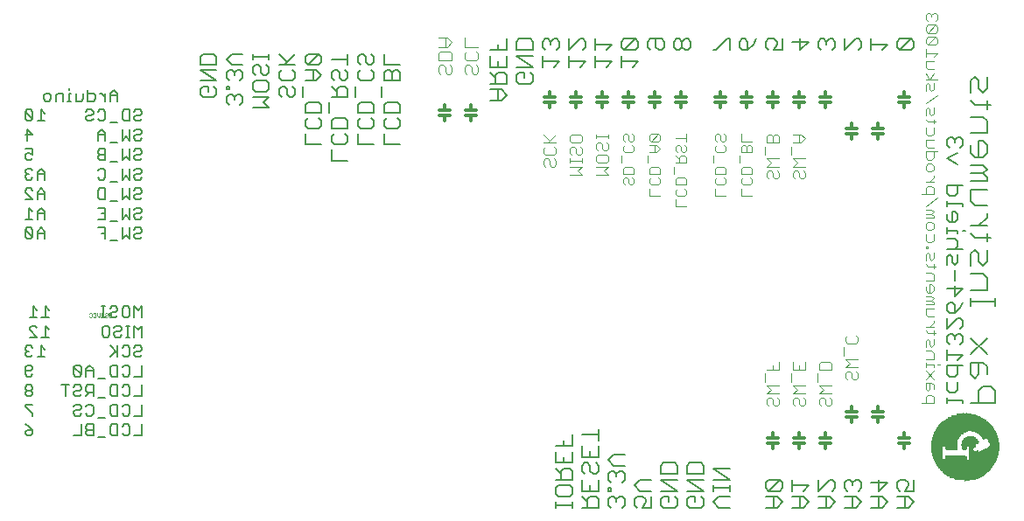
<source format=gbo>
G75*
%MOIN*%
%OFA0B0*%
%FSLAX24Y24*%
%IPPOS*%
%LPD*%
%AMOC8*
5,1,8,0,0,1.08239X$1,22.5*
%
%ADD10C,0.0020*%
%ADD11C,0.0050*%
%ADD12C,0.0080*%
%ADD13C,0.0040*%
%ADD14C,0.0060*%
%ADD15C,0.0120*%
%ADD16R,0.0010X0.0160*%
%ADD17R,0.0010X0.0360*%
%ADD18R,0.0010X0.0480*%
%ADD19R,0.0010X0.0580*%
%ADD20R,0.0010X0.0660*%
%ADD21R,0.0010X0.0730*%
%ADD22R,0.0010X0.0800*%
%ADD23R,0.0010X0.0860*%
%ADD24R,0.0010X0.0910*%
%ADD25R,0.0010X0.0960*%
%ADD26R,0.0010X0.1010*%
%ADD27R,0.0010X0.1060*%
%ADD28R,0.0010X0.1100*%
%ADD29R,0.0010X0.1140*%
%ADD30R,0.0010X0.1180*%
%ADD31R,0.0010X0.1220*%
%ADD32R,0.0010X0.1260*%
%ADD33R,0.0010X0.1290*%
%ADD34R,0.0010X0.1320*%
%ADD35R,0.0010X0.1360*%
%ADD36R,0.0010X0.1380*%
%ADD37R,0.0010X0.1420*%
%ADD38R,0.0010X0.1440*%
%ADD39R,0.0010X0.1480*%
%ADD40R,0.0010X0.1500*%
%ADD41R,0.0010X0.1530*%
%ADD42R,0.0010X0.1560*%
%ADD43R,0.0010X0.1580*%
%ADD44R,0.0010X0.1610*%
%ADD45R,0.0010X0.1640*%
%ADD46R,0.0010X0.1660*%
%ADD47R,0.0010X0.1680*%
%ADD48R,0.0010X0.1700*%
%ADD49R,0.0010X0.1720*%
%ADD50R,0.0010X0.1750*%
%ADD51R,0.0010X0.1770*%
%ADD52R,0.0010X0.1790*%
%ADD53R,0.0010X0.1810*%
%ADD54R,0.0010X0.1830*%
%ADD55R,0.0010X0.1850*%
%ADD56R,0.0010X0.1870*%
%ADD57R,0.0010X0.1890*%
%ADD58R,0.0010X0.1900*%
%ADD59R,0.0010X0.0490*%
%ADD60R,0.0010X0.0930*%
%ADD61R,0.0010X0.0500*%
%ADD62R,0.0010X0.0940*%
%ADD63R,0.0010X0.0510*%
%ADD64R,0.0010X0.0950*%
%ADD65R,0.0010X0.0520*%
%ADD66R,0.0010X0.0530*%
%ADD67R,0.0010X0.0970*%
%ADD68R,0.0010X0.0980*%
%ADD69R,0.0010X0.0540*%
%ADD70R,0.0010X0.0550*%
%ADD71R,0.0010X0.0990*%
%ADD72R,0.0010X0.0560*%
%ADD73R,0.0010X0.1000*%
%ADD74R,0.0010X0.0570*%
%ADD75R,0.0010X0.1020*%
%ADD76R,0.0010X0.0690*%
%ADD77R,0.0010X0.1130*%
%ADD78R,0.0010X0.0720*%
%ADD79R,0.0010X0.1160*%
%ADD80R,0.0010X0.0740*%
%ADD81R,0.0010X0.0750*%
%ADD82R,0.0010X0.1190*%
%ADD83R,0.0010X0.0770*%
%ADD84R,0.0010X0.1200*%
%ADD85R,0.0010X0.0780*%
%ADD86R,0.0010X0.0790*%
%ADD87R,0.0010X0.1230*%
%ADD88R,0.0010X0.1240*%
%ADD89R,0.0010X0.1250*%
%ADD90R,0.0010X0.0810*%
%ADD91R,0.0010X0.0820*%
%ADD92R,0.0010X0.0830*%
%ADD93R,0.0010X0.1270*%
%ADD94R,0.0010X0.0840*%
%ADD95R,0.0010X0.1280*%
%ADD96R,0.0010X0.0850*%
%ADD97R,0.0010X0.1300*%
%ADD98R,0.0010X0.1310*%
%ADD99R,0.0010X0.0870*%
%ADD100R,0.0010X0.0880*%
%ADD101R,0.0010X0.0890*%
%ADD102R,0.0010X0.1330*%
%ADD103R,0.0010X0.1340*%
%ADD104R,0.0010X0.0900*%
%ADD105R,0.0010X0.1350*%
%ADD106R,0.0010X0.0920*%
%ADD107R,0.0010X0.1370*%
%ADD108R,0.0010X0.0110*%
%ADD109R,0.0010X0.1080*%
%ADD110R,0.0010X0.0060*%
%ADD111R,0.0010X0.1040*%
%ADD112R,0.0010X0.0030*%
%ADD113R,0.0010X0.0070*%
%ADD114R,0.0010X0.0180*%
%ADD115R,0.0010X0.0240*%
%ADD116R,0.0010X0.0280*%
%ADD117R,0.0010X0.0320*%
%ADD118R,0.0010X0.0390*%
%ADD119R,0.0010X0.0410*%
%ADD120R,0.0010X0.0760*%
%ADD121R,0.0010X0.0420*%
%ADD122R,0.0010X0.0430*%
%ADD123R,0.0010X0.0440*%
%ADD124R,0.0010X0.0450*%
%ADD125R,0.0010X0.0460*%
%ADD126R,0.0010X0.0470*%
%ADD127R,0.0010X0.0710*%
%ADD128R,0.0010X0.0700*%
%ADD129R,0.0010X0.0370*%
%ADD130R,0.0010X0.0380*%
%ADD131R,0.0010X0.0680*%
%ADD132R,0.0010X0.1690*%
%ADD133R,0.0010X0.0670*%
%ADD134R,0.0010X0.1670*%
%ADD135R,0.0010X0.1650*%
%ADD136R,0.0010X0.1170*%
%ADD137R,0.0010X0.1150*%
%ADD138R,0.0010X0.1120*%
%ADD139R,0.0010X0.1110*%
%ADD140R,0.0010X0.1090*%
%ADD141R,0.0010X0.1070*%
%ADD142R,0.0010X0.1050*%
%ADD143R,0.0010X0.0400*%
%ADD144R,0.0010X0.0050*%
%ADD145R,0.0010X0.0290*%
%ADD146R,0.0010X0.0270*%
%ADD147R,0.0010X0.0250*%
%ADD148R,0.0010X0.0230*%
%ADD149R,0.0010X0.0220*%
%ADD150R,0.0010X0.0200*%
%ADD151R,0.0010X0.0170*%
%ADD152R,0.0010X0.0150*%
%ADD153R,0.0010X0.0130*%
%ADD154R,0.0010X0.1030*%
%ADD155R,0.0010X0.0080*%
%ADD156R,0.0010X0.0020*%
%ADD157R,0.0010X0.1620*%
%ADD158R,0.0010X0.1600*%
%ADD159R,0.0010X0.1550*%
%ADD160R,0.0010X0.1520*%
%ADD161R,0.0010X0.1470*%
%ADD162R,0.0010X0.1410*%
%ADD163R,0.0010X0.0640*%
%ADD164R,0.0010X0.0310*%
D10*
X019260Y014948D02*
X019236Y014972D01*
X019260Y014948D02*
X019307Y014948D01*
X019330Y014972D01*
X019330Y015065D01*
X019307Y015088D01*
X019260Y015088D01*
X019236Y015065D01*
X019384Y015065D02*
X019407Y015088D01*
X019454Y015088D01*
X019477Y015065D01*
X019477Y014972D01*
X019454Y014948D01*
X019407Y014948D01*
X019384Y014972D01*
X019531Y014995D02*
X019531Y015088D01*
X019531Y014995D02*
X019578Y014948D01*
X019625Y014995D01*
X019625Y015088D01*
X019678Y015065D02*
X019678Y015042D01*
X019702Y015018D01*
X019772Y015018D01*
X019826Y014995D02*
X019826Y014972D01*
X019849Y014948D01*
X019896Y014948D01*
X019919Y014972D01*
X019896Y015018D02*
X019849Y015018D01*
X019826Y014995D01*
X019826Y015065D02*
X019849Y015088D01*
X019896Y015088D01*
X019919Y015065D01*
X019919Y015042D01*
X019896Y015018D01*
X019973Y014972D02*
X019973Y015088D01*
X020066Y015088D02*
X020066Y014972D01*
X020043Y014948D01*
X019996Y014948D01*
X019973Y014972D01*
X019772Y014948D02*
X019702Y014948D01*
X019678Y014972D01*
X019678Y014995D01*
X019702Y015018D01*
X019678Y015065D02*
X019702Y015088D01*
X019772Y015088D01*
X019772Y014948D01*
D11*
X028455Y020914D02*
X028455Y021321D01*
X028556Y021522D02*
X028455Y021624D01*
X028455Y021827D01*
X028556Y021929D01*
X028455Y022130D02*
X028455Y022435D01*
X028556Y022537D01*
X028963Y022537D01*
X029065Y022435D01*
X029065Y022130D01*
X028455Y022130D01*
X028065Y022231D02*
X028065Y022435D01*
X027963Y022537D01*
X028065Y022737D02*
X027455Y022737D01*
X027455Y023043D01*
X027556Y023144D01*
X027963Y023144D01*
X028065Y023043D01*
X028065Y022737D01*
X028353Y022737D02*
X028353Y023144D01*
X028455Y023345D02*
X029065Y023345D01*
X029065Y023650D01*
X028963Y023752D01*
X028760Y023752D01*
X028658Y023650D01*
X028658Y023345D01*
X028658Y023549D02*
X028455Y023752D01*
X028556Y023953D02*
X028455Y024055D01*
X028455Y024258D01*
X028556Y024360D01*
X028658Y024360D01*
X028760Y024258D01*
X028760Y024055D01*
X028862Y023953D01*
X028963Y023953D01*
X029065Y024055D01*
X029065Y024258D01*
X028963Y024360D01*
X029065Y024561D02*
X029065Y024968D01*
X029065Y024764D02*
X028455Y024764D01*
X028065Y024662D02*
X028065Y024866D01*
X027963Y024968D01*
X027556Y024561D01*
X027455Y024662D01*
X027455Y024866D01*
X027556Y024968D01*
X027963Y024968D01*
X028065Y024662D02*
X027963Y024561D01*
X027556Y024561D01*
X027455Y024360D02*
X027862Y024360D01*
X028065Y024156D01*
X027862Y023953D01*
X027455Y023953D01*
X027353Y023752D02*
X027353Y023345D01*
X027065Y023447D02*
X026963Y023345D01*
X026862Y023345D01*
X026760Y023447D01*
X026760Y023650D01*
X026658Y023752D01*
X026556Y023752D01*
X026455Y023650D01*
X026455Y023447D01*
X026556Y023345D01*
X026065Y023347D02*
X025455Y023347D01*
X025556Y023548D02*
X025455Y023649D01*
X025455Y023853D01*
X025556Y023955D01*
X025963Y023955D01*
X026065Y023853D01*
X026065Y023649D01*
X025963Y023548D01*
X025556Y023548D01*
X025862Y023144D02*
X026065Y023347D01*
X025862Y023144D02*
X026065Y022940D01*
X025455Y022940D01*
X025065Y023143D02*
X025065Y023347D01*
X024963Y023448D01*
X024862Y023448D01*
X024760Y023347D01*
X024658Y023448D01*
X024556Y023448D01*
X024455Y023347D01*
X024455Y023143D01*
X024556Y023041D01*
X024760Y023245D02*
X024760Y023347D01*
X024556Y023649D02*
X024556Y023751D01*
X024455Y023751D01*
X024455Y023649D01*
X024556Y023649D01*
X024556Y023953D02*
X024455Y024055D01*
X024455Y024258D01*
X024556Y024360D01*
X024658Y024360D01*
X024760Y024258D01*
X024760Y024156D01*
X024760Y024258D02*
X024862Y024360D01*
X024963Y024360D01*
X025065Y024258D01*
X025065Y024055D01*
X024963Y023953D01*
X025455Y024257D02*
X025556Y024155D01*
X025455Y024257D02*
X025455Y024461D01*
X025556Y024562D01*
X025658Y024562D01*
X025760Y024461D01*
X025760Y024257D01*
X025862Y024155D01*
X025963Y024155D01*
X026065Y024257D01*
X026065Y024461D01*
X025963Y024562D01*
X026065Y024763D02*
X026065Y024967D01*
X026065Y024865D02*
X025455Y024865D01*
X025455Y024763D02*
X025455Y024967D01*
X025065Y024968D02*
X024658Y024968D01*
X024455Y024764D01*
X024658Y024561D01*
X025065Y024561D01*
X024065Y024561D02*
X024065Y024866D01*
X023963Y024968D01*
X023556Y024968D01*
X023455Y024866D01*
X023455Y024561D01*
X024065Y024561D01*
X024065Y024360D02*
X023455Y024360D01*
X024065Y023953D01*
X023455Y023953D01*
X023556Y023752D02*
X023760Y023752D01*
X023760Y023549D01*
X023963Y023752D02*
X024065Y023650D01*
X024065Y023447D01*
X023963Y023345D01*
X023556Y023345D01*
X023455Y023447D01*
X023455Y023650D01*
X023556Y023752D01*
X024963Y023041D02*
X025065Y023143D01*
X026455Y024055D02*
X026455Y024258D01*
X026556Y024360D01*
X026455Y024561D02*
X027065Y024561D01*
X026963Y024360D02*
X027065Y024258D01*
X027065Y024055D01*
X026963Y023953D01*
X026556Y023953D01*
X026455Y024055D01*
X026658Y024561D02*
X027065Y024968D01*
X026760Y024662D02*
X026455Y024968D01*
X026963Y023752D02*
X027065Y023650D01*
X027065Y023447D01*
X027760Y023953D02*
X027760Y024360D01*
X029455Y024258D02*
X029556Y024360D01*
X029455Y024258D02*
X029455Y024055D01*
X029556Y023953D01*
X029963Y023953D01*
X030065Y024055D01*
X030065Y024258D01*
X029963Y024360D01*
X029963Y024561D02*
X029862Y024561D01*
X029760Y024662D01*
X029760Y024866D01*
X029658Y024968D01*
X029556Y024968D01*
X029455Y024866D01*
X029455Y024662D01*
X029556Y024561D01*
X029963Y024561D02*
X030065Y024662D01*
X030065Y024866D01*
X029963Y024968D01*
X030455Y024968D02*
X030455Y024561D01*
X031065Y024561D01*
X030963Y024360D02*
X030862Y024360D01*
X030760Y024258D01*
X030760Y023953D01*
X030455Y023953D02*
X031065Y023953D01*
X031065Y024258D01*
X030963Y024360D01*
X030760Y024258D02*
X030658Y024360D01*
X030556Y024360D01*
X030455Y024258D01*
X030455Y023953D01*
X030353Y023752D02*
X030353Y023345D01*
X030556Y023144D02*
X030963Y023144D01*
X031065Y023043D01*
X031065Y022737D01*
X030455Y022737D01*
X030455Y023043D01*
X030556Y023144D01*
X030065Y023043D02*
X030065Y022737D01*
X029455Y022737D01*
X029455Y023043D01*
X029556Y023144D01*
X029963Y023144D01*
X030065Y023043D01*
X029963Y022537D02*
X030065Y022435D01*
X030065Y022231D01*
X029963Y022130D01*
X029556Y022130D01*
X029455Y022231D01*
X029455Y022435D01*
X029556Y022537D01*
X029455Y021929D02*
X029455Y021522D01*
X030065Y021522D01*
X030455Y021522D02*
X030455Y021929D01*
X030556Y022130D02*
X030455Y022231D01*
X030455Y022435D01*
X030556Y022537D01*
X030963Y022537D02*
X031065Y022435D01*
X031065Y022231D01*
X030963Y022130D01*
X030556Y022130D01*
X030455Y021522D02*
X031065Y021522D01*
X029065Y021624D02*
X028963Y021522D01*
X028556Y021522D01*
X028065Y021522D02*
X027455Y021522D01*
X027455Y021929D01*
X027556Y022130D02*
X027455Y022231D01*
X027455Y022435D01*
X027556Y022537D01*
X027556Y022130D02*
X027963Y022130D01*
X028065Y022231D01*
X028963Y021929D02*
X029065Y021827D01*
X029065Y021624D01*
X029065Y020914D02*
X028455Y020914D01*
X029353Y023345D02*
X029353Y023752D01*
X051885Y021697D02*
X051885Y021494D01*
X051986Y021392D01*
X052190Y021595D02*
X052190Y021697D01*
X052088Y021799D01*
X051986Y021799D01*
X051885Y021697D01*
X052190Y021697D02*
X052292Y021799D01*
X052393Y021799D01*
X052495Y021697D01*
X052495Y021494D01*
X052393Y021392D01*
X052292Y021191D02*
X051885Y020988D01*
X052292Y020784D01*
X052292Y019976D02*
X052292Y019670D01*
X052190Y019569D01*
X051986Y019569D01*
X051885Y019670D01*
X051885Y019976D01*
X052495Y019976D01*
X052495Y019265D02*
X051885Y019265D01*
X051885Y019164D02*
X051885Y019367D01*
X052088Y018963D02*
X052088Y018556D01*
X051986Y018556D02*
X052190Y018556D01*
X052292Y018658D01*
X052292Y018861D01*
X052190Y018963D01*
X052088Y018963D01*
X051885Y018861D02*
X051885Y018658D01*
X051986Y018556D01*
X051885Y018354D02*
X051885Y018151D01*
X051885Y018252D02*
X052292Y018252D01*
X052292Y018151D01*
X052190Y017950D02*
X051885Y017950D01*
X052190Y017950D02*
X052292Y017848D01*
X052292Y017645D01*
X052190Y017543D01*
X052292Y017342D02*
X052292Y017037D01*
X052190Y016935D01*
X052088Y017037D01*
X052088Y017240D01*
X051986Y017342D01*
X051885Y017240D01*
X051885Y016935D01*
X052190Y016734D02*
X052190Y016327D01*
X052190Y016127D02*
X052190Y015720D01*
X052495Y016025D01*
X051885Y016025D01*
X051986Y015519D02*
X052088Y015519D01*
X052190Y015417D01*
X052190Y015112D01*
X051986Y015112D01*
X051885Y015214D01*
X051885Y015417D01*
X051986Y015519D01*
X052393Y015316D02*
X052190Y015112D01*
X052292Y014911D02*
X052393Y014911D01*
X052495Y014810D01*
X052495Y014606D01*
X052393Y014504D01*
X052393Y014304D02*
X052292Y014304D01*
X052190Y014202D01*
X052088Y014304D01*
X051986Y014304D01*
X051885Y014202D01*
X051885Y013998D01*
X051986Y013897D01*
X051885Y013696D02*
X051885Y013289D01*
X051885Y013088D02*
X051885Y012783D01*
X051986Y012681D01*
X052190Y012681D01*
X052292Y012783D01*
X052292Y013088D01*
X052292Y013289D02*
X052495Y013492D01*
X051885Y013492D01*
X051885Y013088D02*
X052495Y013088D01*
X052292Y012480D02*
X052292Y012175D01*
X052190Y012073D01*
X051986Y012073D01*
X051885Y012175D01*
X051885Y012480D01*
X051885Y011872D02*
X051885Y011668D01*
X051885Y011770D02*
X052495Y011770D01*
X052495Y011668D01*
X052393Y013897D02*
X052495Y013998D01*
X052495Y014202D01*
X052393Y014304D01*
X052190Y014202D02*
X052190Y014100D01*
X051885Y014504D02*
X052292Y014911D01*
X051885Y014911D02*
X051885Y014504D01*
X052393Y015316D02*
X052495Y015519D01*
X052495Y017543D02*
X051885Y017543D01*
X052495Y018252D02*
X052597Y018252D01*
X052495Y019164D02*
X052495Y019265D01*
D12*
X016796Y010573D02*
X016796Y010503D01*
X016866Y010433D01*
X017006Y010433D01*
X017076Y010503D01*
X017076Y010643D01*
X016866Y010643D01*
X016796Y010573D01*
X016936Y010784D02*
X017076Y010643D01*
X016936Y010784D02*
X016796Y010854D01*
X017076Y011183D02*
X017076Y011253D01*
X016796Y011534D01*
X016796Y011604D01*
X017076Y011604D01*
X017006Y011933D02*
X017076Y012003D01*
X017076Y012073D01*
X017006Y012143D01*
X016866Y012143D01*
X016796Y012073D01*
X016796Y012003D01*
X016866Y011933D01*
X017006Y011933D01*
X017006Y012143D02*
X017076Y012214D01*
X017076Y012284D01*
X017006Y012354D01*
X016866Y012354D01*
X016796Y012284D01*
X016796Y012214D01*
X016866Y012143D01*
X016866Y012683D02*
X016796Y012753D01*
X016796Y013034D01*
X016866Y013104D01*
X017006Y013104D01*
X017076Y013034D01*
X017076Y012964D01*
X017006Y012893D01*
X016796Y012893D01*
X016866Y012683D02*
X017006Y012683D01*
X017076Y012753D01*
X017006Y013433D02*
X017076Y013503D01*
X017006Y013433D02*
X016866Y013433D01*
X016796Y013503D01*
X016796Y013573D01*
X016866Y013643D01*
X016936Y013643D01*
X016866Y013643D02*
X016796Y013714D01*
X016796Y013784D01*
X016866Y013854D01*
X017006Y013854D01*
X017076Y013784D01*
X017396Y013854D02*
X017396Y013433D01*
X017536Y013433D02*
X017256Y013433D01*
X017536Y013714D02*
X017396Y013854D01*
X017410Y014183D02*
X017690Y014183D01*
X017550Y014183D02*
X017550Y014604D01*
X017690Y014464D01*
X017229Y014534D02*
X017159Y014604D01*
X017019Y014604D01*
X016949Y014534D01*
X016949Y014464D01*
X017229Y014183D01*
X016949Y014183D01*
X016949Y014933D02*
X017229Y014933D01*
X017089Y014933D02*
X017089Y015354D01*
X017229Y015214D01*
X017410Y014933D02*
X017690Y014933D01*
X017550Y014933D02*
X017550Y015354D01*
X017690Y015214D01*
X019698Y015354D02*
X019838Y015354D01*
X019768Y015354D02*
X019768Y014933D01*
X019838Y014933D02*
X019698Y014933D01*
X020018Y015003D02*
X020018Y015073D01*
X020089Y015143D01*
X020229Y015143D01*
X020299Y015214D01*
X020299Y015284D01*
X020229Y015354D01*
X020089Y015354D01*
X020018Y015284D01*
X020018Y015003D02*
X020089Y014933D01*
X020229Y014933D01*
X020299Y015003D01*
X020479Y015003D02*
X020479Y015284D01*
X020549Y015354D01*
X020689Y015354D01*
X020759Y015284D01*
X020759Y015003D01*
X020689Y014933D01*
X020549Y014933D01*
X020479Y015003D01*
X020382Y014604D02*
X020242Y014604D01*
X020172Y014534D01*
X020242Y014393D02*
X020172Y014323D01*
X020172Y014253D01*
X020242Y014183D01*
X020382Y014183D01*
X020452Y014253D01*
X020382Y014393D02*
X020242Y014393D01*
X020382Y014393D02*
X020452Y014464D01*
X020452Y014534D01*
X020382Y014604D01*
X020619Y014604D02*
X020759Y014604D01*
X020689Y014604D02*
X020689Y014183D01*
X020759Y014183D02*
X020619Y014183D01*
X020939Y014183D02*
X020939Y014604D01*
X021079Y014464D01*
X021220Y014604D01*
X021220Y014183D01*
X021149Y013854D02*
X021220Y013784D01*
X021220Y013714D01*
X021149Y013643D01*
X021009Y013643D01*
X020939Y013573D01*
X020939Y013503D01*
X021009Y013433D01*
X021149Y013433D01*
X021220Y013503D01*
X021149Y013854D02*
X021009Y013854D01*
X020939Y013784D01*
X020759Y013784D02*
X020759Y013503D01*
X020689Y013433D01*
X020549Y013433D01*
X020479Y013503D01*
X020299Y013433D02*
X020299Y013854D01*
X020479Y013784D02*
X020549Y013854D01*
X020689Y013854D01*
X020759Y013784D01*
X020299Y013573D02*
X020018Y013854D01*
X020229Y013643D02*
X020018Y013433D01*
X020089Y013104D02*
X020299Y013104D01*
X020299Y012683D01*
X020089Y012683D01*
X020018Y012753D01*
X020018Y013034D01*
X020089Y013104D01*
X020479Y013034D02*
X020549Y013104D01*
X020689Y013104D01*
X020759Y013034D01*
X020759Y012753D01*
X020689Y012683D01*
X020549Y012683D01*
X020479Y012753D01*
X020939Y012683D02*
X021220Y012683D01*
X021220Y013104D01*
X019838Y012613D02*
X019558Y012613D01*
X019378Y012683D02*
X019378Y012964D01*
X019238Y013104D01*
X019098Y012964D01*
X019098Y012683D01*
X018918Y012753D02*
X018847Y012683D01*
X018707Y012683D01*
X018637Y012753D01*
X018637Y013034D01*
X018918Y012753D01*
X018918Y013034D01*
X018847Y013104D01*
X018707Y013104D01*
X018637Y013034D01*
X019098Y012893D02*
X019378Y012893D01*
X019378Y012354D02*
X019168Y012354D01*
X019098Y012284D01*
X019098Y012143D01*
X019168Y012073D01*
X019378Y012073D01*
X019378Y011933D02*
X019378Y012354D01*
X019238Y012073D02*
X019098Y011933D01*
X018918Y012003D02*
X018847Y011933D01*
X018707Y011933D01*
X018637Y012003D01*
X018637Y012073D01*
X018707Y012143D01*
X018847Y012143D01*
X018918Y012214D01*
X018918Y012284D01*
X018847Y012354D01*
X018707Y012354D01*
X018637Y012284D01*
X018457Y012354D02*
X018177Y012354D01*
X018317Y012354D02*
X018317Y011933D01*
X018707Y011604D02*
X018847Y011604D01*
X018918Y011534D01*
X018918Y011464D01*
X018847Y011393D01*
X018707Y011393D01*
X018637Y011323D01*
X018637Y011253D01*
X018707Y011183D01*
X018847Y011183D01*
X018918Y011253D01*
X019098Y011253D02*
X019168Y011183D01*
X019308Y011183D01*
X019378Y011253D01*
X019378Y011534D01*
X019308Y011604D01*
X019168Y011604D01*
X019098Y011534D01*
X018707Y011604D02*
X018637Y011534D01*
X019558Y011863D02*
X019838Y011863D01*
X020018Y012003D02*
X020018Y012284D01*
X020089Y012354D01*
X020299Y012354D01*
X020299Y011933D01*
X020089Y011933D01*
X020018Y012003D01*
X020089Y011604D02*
X020299Y011604D01*
X020299Y011183D01*
X020089Y011183D01*
X020018Y011253D01*
X020018Y011534D01*
X020089Y011604D01*
X020479Y011534D02*
X020549Y011604D01*
X020689Y011604D01*
X020759Y011534D01*
X020759Y011253D01*
X020689Y011183D01*
X020549Y011183D01*
X020479Y011253D01*
X020549Y010854D02*
X020689Y010854D01*
X020759Y010784D01*
X020759Y010503D01*
X020689Y010433D01*
X020549Y010433D01*
X020479Y010503D01*
X020299Y010433D02*
X020299Y010854D01*
X020089Y010854D01*
X020018Y010784D01*
X020018Y010503D01*
X020089Y010433D01*
X020299Y010433D01*
X020479Y010784D02*
X020549Y010854D01*
X020939Y011183D02*
X021220Y011183D01*
X021220Y011604D01*
X021220Y011933D02*
X020939Y011933D01*
X020759Y012003D02*
X020689Y011933D01*
X020549Y011933D01*
X020479Y012003D01*
X020759Y012003D02*
X020759Y012284D01*
X020689Y012354D01*
X020549Y012354D01*
X020479Y012284D01*
X021220Y012354D02*
X021220Y011933D01*
X019838Y011113D02*
X019558Y011113D01*
X019378Y010854D02*
X019168Y010854D01*
X019098Y010784D01*
X019098Y010714D01*
X019168Y010643D01*
X019378Y010643D01*
X019378Y010433D02*
X019168Y010433D01*
X019098Y010503D01*
X019098Y010573D01*
X019168Y010643D01*
X019378Y010433D02*
X019378Y010854D01*
X018918Y010854D02*
X018918Y010433D01*
X018637Y010433D01*
X019558Y010363D02*
X019838Y010363D01*
X020939Y010433D02*
X021220Y010433D01*
X021220Y010854D01*
X019922Y014183D02*
X019782Y014183D01*
X019712Y014253D01*
X019712Y014534D01*
X019782Y014604D01*
X019922Y014604D01*
X019992Y014534D01*
X019992Y014253D01*
X019922Y014183D01*
X020939Y014933D02*
X020939Y015354D01*
X021079Y015214D01*
X021220Y015354D01*
X021220Y014933D01*
X021149Y017933D02*
X021220Y018003D01*
X021149Y017933D02*
X021009Y017933D01*
X020939Y018003D01*
X020939Y018073D01*
X021009Y018143D01*
X021149Y018143D01*
X021220Y018214D01*
X021220Y018284D01*
X021149Y018354D01*
X021009Y018354D01*
X020939Y018284D01*
X020759Y018354D02*
X020759Y017933D01*
X020619Y018073D01*
X020479Y017933D01*
X020479Y018354D01*
X020299Y018613D02*
X020018Y018613D01*
X019838Y018683D02*
X019558Y018683D01*
X019698Y018893D02*
X019838Y018893D01*
X019838Y018683D02*
X019838Y019104D01*
X019558Y019104D01*
X019628Y019433D02*
X019558Y019503D01*
X019558Y019784D01*
X019628Y019854D01*
X019838Y019854D01*
X019838Y019433D01*
X019628Y019433D01*
X020018Y019363D02*
X020299Y019363D01*
X020479Y019433D02*
X020479Y019854D01*
X020759Y019854D02*
X020759Y019433D01*
X020619Y019573D01*
X020479Y019433D01*
X020479Y019104D02*
X020479Y018683D01*
X020619Y018823D01*
X020759Y018683D01*
X020759Y019104D01*
X020939Y019034D02*
X021009Y019104D01*
X021149Y019104D01*
X021220Y019034D01*
X021220Y018964D01*
X021149Y018893D01*
X021009Y018893D01*
X020939Y018823D01*
X020939Y018753D01*
X021009Y018683D01*
X021149Y018683D01*
X021220Y018753D01*
X021149Y019433D02*
X021220Y019503D01*
X021149Y019433D02*
X021009Y019433D01*
X020939Y019503D01*
X020939Y019573D01*
X021009Y019643D01*
X021149Y019643D01*
X021220Y019714D01*
X021220Y019784D01*
X021149Y019854D01*
X021009Y019854D01*
X020939Y019784D01*
X021009Y020183D02*
X020939Y020253D01*
X020939Y020323D01*
X021009Y020393D01*
X021149Y020393D01*
X021220Y020464D01*
X021220Y020534D01*
X021149Y020604D01*
X021009Y020604D01*
X020939Y020534D01*
X020759Y020604D02*
X020759Y020183D01*
X020619Y020323D01*
X020479Y020183D01*
X020479Y020604D01*
X020299Y020863D02*
X020018Y020863D01*
X019838Y020933D02*
X019628Y020933D01*
X019558Y021003D01*
X019558Y021073D01*
X019628Y021143D01*
X019838Y021143D01*
X019838Y020933D02*
X019838Y021354D01*
X019628Y021354D01*
X019558Y021284D01*
X019558Y021214D01*
X019628Y021143D01*
X019558Y021683D02*
X019558Y021964D01*
X019698Y022104D01*
X019838Y021964D01*
X019838Y021683D01*
X020018Y021613D02*
X020299Y021613D01*
X020479Y021683D02*
X020619Y021823D01*
X020759Y021683D01*
X020759Y022104D01*
X020939Y022034D02*
X021009Y022104D01*
X021149Y022104D01*
X021220Y022034D01*
X021220Y021964D01*
X021149Y021893D01*
X021009Y021893D01*
X020939Y021823D01*
X020939Y021753D01*
X021009Y021683D01*
X021149Y021683D01*
X021220Y021753D01*
X020479Y021683D02*
X020479Y022104D01*
X020299Y022363D02*
X020018Y022363D01*
X019838Y022503D02*
X019768Y022433D01*
X019628Y022433D01*
X019558Y022503D01*
X019378Y022503D02*
X019308Y022433D01*
X019168Y022433D01*
X019098Y022503D01*
X019098Y022573D01*
X019168Y022643D01*
X019308Y022643D01*
X019378Y022714D01*
X019378Y022784D01*
X019308Y022854D01*
X019168Y022854D01*
X019098Y022784D01*
X019174Y023183D02*
X019385Y023183D01*
X019455Y023253D01*
X019455Y023393D01*
X019385Y023464D01*
X019174Y023464D01*
X019174Y023604D02*
X019174Y023183D01*
X018994Y023253D02*
X018994Y023464D01*
X018994Y023253D02*
X018924Y023183D01*
X018714Y023183D01*
X018714Y023464D01*
X018534Y023464D02*
X018464Y023464D01*
X018464Y023183D01*
X018534Y023183D02*
X018394Y023183D01*
X018227Y023183D02*
X018227Y023464D01*
X018017Y023464D01*
X017947Y023393D01*
X017947Y023183D01*
X017767Y023253D02*
X017767Y023393D01*
X017697Y023464D01*
X017556Y023464D01*
X017486Y023393D01*
X017486Y023253D01*
X017556Y023183D01*
X017697Y023183D01*
X017767Y023253D01*
X017396Y022854D02*
X017396Y022433D01*
X017536Y022433D02*
X017256Y022433D01*
X017076Y022503D02*
X016796Y022784D01*
X016796Y022503D01*
X016866Y022433D01*
X017006Y022433D01*
X017076Y022503D01*
X017076Y022784D01*
X017006Y022854D01*
X016866Y022854D01*
X016796Y022784D01*
X017396Y022854D02*
X017536Y022714D01*
X016866Y022104D02*
X017076Y021893D01*
X016796Y021893D01*
X016866Y021683D02*
X016866Y022104D01*
X016796Y021354D02*
X017076Y021354D01*
X017076Y021143D01*
X016936Y021214D01*
X016866Y021214D01*
X016796Y021143D01*
X016796Y021003D01*
X016866Y020933D01*
X017006Y020933D01*
X017076Y021003D01*
X017006Y020604D02*
X016866Y020604D01*
X016796Y020534D01*
X016796Y020464D01*
X016866Y020393D01*
X016796Y020323D01*
X016796Y020253D01*
X016866Y020183D01*
X017006Y020183D01*
X017076Y020253D01*
X017256Y020183D02*
X017256Y020464D01*
X017396Y020604D01*
X017536Y020464D01*
X017536Y020183D01*
X017536Y020393D02*
X017256Y020393D01*
X017076Y020534D02*
X017006Y020604D01*
X016936Y020393D02*
X016866Y020393D01*
X016866Y019854D02*
X017006Y019854D01*
X017076Y019784D01*
X017256Y019714D02*
X017256Y019433D01*
X017076Y019433D02*
X016796Y019714D01*
X016796Y019784D01*
X016866Y019854D01*
X017256Y019714D02*
X017396Y019854D01*
X017536Y019714D01*
X017536Y019433D01*
X017536Y019643D02*
X017256Y019643D01*
X017076Y019433D02*
X016796Y019433D01*
X016936Y019104D02*
X016936Y018683D01*
X017076Y018683D02*
X016796Y018683D01*
X016866Y018354D02*
X016796Y018284D01*
X017076Y018003D01*
X017006Y017933D01*
X016866Y017933D01*
X016796Y018003D01*
X016796Y018284D01*
X016866Y018354D02*
X017006Y018354D01*
X017076Y018284D01*
X017076Y018003D01*
X017256Y017933D02*
X017256Y018214D01*
X017396Y018354D01*
X017536Y018214D01*
X017536Y017933D01*
X017536Y018143D02*
X017256Y018143D01*
X017256Y018683D02*
X017256Y018964D01*
X017396Y019104D01*
X017536Y018964D01*
X017536Y018683D01*
X017536Y018893D02*
X017256Y018893D01*
X017076Y018964D02*
X016936Y019104D01*
X019558Y018354D02*
X019838Y018354D01*
X019838Y017933D01*
X020018Y017863D02*
X020299Y017863D01*
X019838Y018143D02*
X019698Y018143D01*
X020018Y020113D02*
X020299Y020113D01*
X019838Y020253D02*
X019768Y020183D01*
X019628Y020183D01*
X019558Y020253D01*
X019838Y020253D02*
X019838Y020534D01*
X019768Y020604D01*
X019628Y020604D01*
X019558Y020534D01*
X020479Y020933D02*
X020479Y021354D01*
X020759Y021354D02*
X020759Y020933D01*
X020619Y021073D01*
X020479Y020933D01*
X020939Y021003D02*
X021009Y020933D01*
X021149Y020933D01*
X021220Y021003D01*
X021149Y021143D02*
X021009Y021143D01*
X020939Y021073D01*
X020939Y021003D01*
X021149Y021143D02*
X021220Y021214D01*
X021220Y021284D01*
X021149Y021354D01*
X021009Y021354D01*
X020939Y021284D01*
X019838Y021893D02*
X019558Y021893D01*
X019838Y022503D02*
X019838Y022784D01*
X019768Y022854D01*
X019628Y022854D01*
X019558Y022784D01*
X019838Y023183D02*
X019838Y023464D01*
X019698Y023464D02*
X019838Y023323D01*
X020018Y023393D02*
X020299Y023393D01*
X020299Y023464D02*
X020159Y023604D01*
X020018Y023464D01*
X020018Y023183D01*
X020299Y023183D02*
X020299Y023464D01*
X019698Y023464D02*
X019628Y023464D01*
X020479Y022784D02*
X020549Y022854D01*
X020759Y022854D01*
X020759Y022433D01*
X020549Y022433D01*
X020479Y022503D01*
X020479Y022784D01*
X020939Y022784D02*
X021009Y022854D01*
X021149Y022854D01*
X021220Y022784D01*
X021220Y022714D01*
X021149Y022643D01*
X021009Y022643D01*
X020939Y022573D01*
X020939Y022503D01*
X021009Y022433D01*
X021149Y022433D01*
X021220Y022503D01*
X018464Y023604D02*
X018464Y023674D01*
X021009Y020183D02*
X021149Y020183D01*
X021220Y020253D01*
X052800Y020124D02*
X053413Y020124D01*
X053413Y020277D01*
X053260Y020431D01*
X053413Y020584D01*
X053260Y020738D01*
X052800Y020738D01*
X052800Y020431D02*
X053260Y020431D01*
X053260Y021045D02*
X052953Y021045D01*
X052800Y021198D01*
X052800Y021505D01*
X053106Y021658D02*
X053106Y021045D01*
X053260Y021045D02*
X053413Y021198D01*
X053413Y021505D01*
X053260Y021658D01*
X053106Y021658D01*
X052800Y021965D02*
X053413Y021965D01*
X053413Y022426D01*
X053260Y022579D01*
X052800Y022579D01*
X052953Y023040D02*
X052800Y023193D01*
X052953Y023040D02*
X053567Y023040D01*
X053413Y022886D02*
X053413Y023193D01*
X053260Y023500D02*
X053413Y023654D01*
X053413Y024114D01*
X053106Y023960D02*
X053106Y023654D01*
X053260Y023500D01*
X052800Y023500D02*
X052800Y023960D01*
X052953Y024114D01*
X053106Y023960D01*
X052800Y019817D02*
X053413Y019817D01*
X052800Y019817D02*
X052800Y019357D01*
X052953Y019203D01*
X053413Y019203D01*
X053413Y018896D02*
X053413Y018743D01*
X053106Y018436D01*
X052800Y018436D02*
X053413Y018436D01*
X053413Y018129D02*
X053413Y017822D01*
X053567Y017975D02*
X052953Y017975D01*
X052800Y018129D01*
X052953Y017515D02*
X053106Y017361D01*
X053106Y017055D01*
X053260Y016901D01*
X053413Y017055D01*
X053413Y017515D01*
X052953Y017515D02*
X052800Y017361D01*
X052800Y016901D01*
X052800Y016594D02*
X053260Y016594D01*
X053413Y016441D01*
X053413Y015980D01*
X052800Y015980D01*
X052800Y015673D02*
X052800Y015366D01*
X052800Y015520D02*
X053720Y015520D01*
X053720Y015673D02*
X053720Y015366D01*
X053413Y014139D02*
X052800Y013525D01*
X052800Y013218D02*
X052800Y012758D01*
X052953Y012604D01*
X053106Y012758D01*
X053106Y013218D01*
X053260Y013218D02*
X052800Y013218D01*
X053260Y013218D02*
X053413Y013064D01*
X053413Y012758D01*
X053260Y012297D02*
X053106Y012144D01*
X053106Y011683D01*
X052800Y011683D02*
X053720Y011683D01*
X053720Y012144D01*
X053567Y012297D01*
X053260Y012297D01*
X053413Y013525D02*
X052800Y014139D01*
D13*
X051463Y014349D02*
X051156Y014349D01*
X051080Y014426D01*
X051080Y014579D02*
X051386Y014579D01*
X051233Y014579D02*
X051386Y014733D01*
X051386Y014809D01*
X051386Y014963D02*
X051156Y014963D01*
X051080Y015040D01*
X051080Y015270D01*
X051386Y015270D01*
X051386Y015423D02*
X051080Y015423D01*
X051080Y015577D02*
X051310Y015577D01*
X051386Y015653D01*
X051310Y015730D01*
X051080Y015730D01*
X051156Y015884D02*
X051310Y015884D01*
X051386Y015960D01*
X051386Y016114D01*
X051310Y016190D01*
X051233Y016190D01*
X051233Y015884D01*
X051156Y015884D02*
X051080Y015960D01*
X051080Y016114D01*
X051080Y016344D02*
X051386Y016344D01*
X051386Y016574D01*
X051310Y016651D01*
X051080Y016651D01*
X051156Y016881D02*
X051080Y016958D01*
X051156Y016881D02*
X051463Y016881D01*
X051386Y016804D02*
X051386Y016958D01*
X051310Y017111D02*
X051386Y017188D01*
X051386Y017418D01*
X051233Y017341D02*
X051233Y017188D01*
X051310Y017111D01*
X051080Y017111D02*
X051080Y017341D01*
X051156Y017418D01*
X051233Y017341D01*
X051156Y017572D02*
X051156Y017648D01*
X051080Y017648D01*
X051080Y017572D01*
X051156Y017572D01*
X051156Y017802D02*
X051080Y017879D01*
X051080Y018109D01*
X051156Y018262D02*
X051080Y018339D01*
X051080Y018492D01*
X051156Y018569D01*
X051310Y018569D01*
X051386Y018492D01*
X051386Y018339D01*
X051310Y018262D01*
X051156Y018262D01*
X051386Y018109D02*
X051386Y017879D01*
X051310Y017802D01*
X051156Y017802D01*
X051080Y018723D02*
X051386Y018723D01*
X051386Y018799D01*
X051310Y018876D01*
X051386Y018953D01*
X051310Y019030D01*
X051080Y019030D01*
X051080Y019183D02*
X051540Y019490D01*
X051386Y019643D02*
X051386Y019874D01*
X051310Y019950D01*
X051156Y019950D01*
X051080Y019874D01*
X051080Y019643D01*
X050926Y019643D02*
X051386Y019643D01*
X051386Y020104D02*
X051080Y020104D01*
X051233Y020104D02*
X051386Y020257D01*
X051386Y020334D01*
X051310Y020487D02*
X051156Y020487D01*
X051080Y020564D01*
X051080Y020718D01*
X051156Y020794D01*
X051310Y020794D01*
X051386Y020718D01*
X051386Y020564D01*
X051310Y020487D01*
X051310Y020948D02*
X051156Y020948D01*
X051080Y021025D01*
X051080Y021255D01*
X051540Y021255D01*
X051386Y021255D02*
X051386Y021025D01*
X051310Y020948D01*
X051386Y021408D02*
X051156Y021408D01*
X051080Y021485D01*
X051080Y021715D01*
X051386Y021715D01*
X051310Y021869D02*
X051156Y021869D01*
X051080Y021945D01*
X051080Y022176D01*
X051156Y022406D02*
X051080Y022483D01*
X051156Y022406D02*
X051463Y022406D01*
X051386Y022329D02*
X051386Y022483D01*
X051310Y022636D02*
X051386Y022713D01*
X051386Y022943D01*
X051233Y022866D02*
X051233Y022713D01*
X051310Y022636D01*
X051080Y022636D02*
X051080Y022866D01*
X051156Y022943D01*
X051233Y022866D01*
X051080Y023096D02*
X051540Y023403D01*
X051310Y023557D02*
X051386Y023634D01*
X051386Y023864D01*
X051233Y023787D02*
X051233Y023634D01*
X051310Y023557D01*
X051080Y023557D02*
X051080Y023787D01*
X051156Y023864D01*
X051233Y023787D01*
X051233Y024017D02*
X051386Y024247D01*
X051386Y024401D02*
X051156Y024401D01*
X051080Y024478D01*
X051080Y024708D01*
X051386Y024708D01*
X051386Y024861D02*
X051540Y025015D01*
X051080Y025015D01*
X051080Y025168D02*
X051080Y024861D01*
X051156Y025322D02*
X051463Y025629D01*
X051156Y025629D01*
X051080Y025552D01*
X051080Y025398D01*
X051156Y025322D01*
X051463Y025322D01*
X051540Y025398D01*
X051540Y025552D01*
X051463Y025629D01*
X051463Y025782D02*
X051156Y025782D01*
X051463Y026089D01*
X051156Y026089D01*
X051080Y026012D01*
X051080Y025859D01*
X051156Y025782D01*
X051463Y025782D02*
X051540Y025859D01*
X051540Y026012D01*
X051463Y026089D01*
X051463Y026242D02*
X051540Y026319D01*
X051540Y026473D01*
X051463Y026549D01*
X051386Y026549D01*
X051310Y026473D01*
X051233Y026549D01*
X051156Y026549D01*
X051080Y026473D01*
X051080Y026319D01*
X051156Y026242D01*
X051310Y026396D02*
X051310Y026473D01*
X051080Y024247D02*
X051233Y024017D01*
X051080Y024017D02*
X051540Y024017D01*
X051386Y022176D02*
X051386Y021945D01*
X051310Y021869D01*
X046490Y021756D02*
X046336Y021603D01*
X046030Y021603D01*
X045953Y021449D02*
X045953Y021143D01*
X046030Y020989D02*
X046490Y020989D01*
X046490Y020682D02*
X046030Y020682D01*
X046183Y020836D01*
X046030Y020989D01*
X046106Y020529D02*
X046030Y020452D01*
X046030Y020298D01*
X046106Y020222D01*
X046260Y020298D02*
X046260Y020452D01*
X046183Y020529D01*
X046106Y020529D01*
X046260Y020298D02*
X046336Y020222D01*
X046413Y020222D01*
X046490Y020298D01*
X046490Y020452D01*
X046413Y020529D01*
X045490Y020452D02*
X045490Y020298D01*
X045413Y020222D01*
X045336Y020222D01*
X045260Y020298D01*
X045260Y020452D01*
X045183Y020529D01*
X045106Y020529D01*
X045030Y020452D01*
X045030Y020298D01*
X045106Y020222D01*
X045413Y020529D02*
X045490Y020452D01*
X045490Y020682D02*
X045030Y020682D01*
X045183Y020836D01*
X045030Y020989D01*
X045490Y020989D01*
X044953Y021143D02*
X044953Y021449D01*
X045030Y021603D02*
X045030Y021833D01*
X045106Y021910D01*
X045183Y021910D01*
X045260Y021833D01*
X045260Y021603D01*
X045490Y021603D02*
X045490Y021833D01*
X045413Y021910D01*
X045336Y021910D01*
X045260Y021833D01*
X045030Y021603D02*
X045490Y021603D01*
X046030Y021910D02*
X046336Y021910D01*
X046490Y021756D01*
X046260Y021603D02*
X046260Y021910D01*
X044465Y021649D02*
X044055Y021649D01*
X044055Y021923D01*
X044123Y021508D02*
X044055Y021440D01*
X044055Y021235D01*
X044465Y021235D01*
X044465Y021440D01*
X044396Y021508D01*
X044328Y021508D01*
X044260Y021440D01*
X044260Y021235D01*
X044260Y021440D02*
X044191Y021508D01*
X044123Y021508D01*
X043986Y021094D02*
X043986Y020820D01*
X044123Y020679D02*
X044396Y020679D01*
X044465Y020611D01*
X044465Y020406D01*
X044055Y020406D01*
X044055Y020611D01*
X044123Y020679D01*
X044123Y020265D02*
X044055Y020197D01*
X044055Y020060D01*
X044123Y019992D01*
X044396Y019992D01*
X044465Y020060D01*
X044465Y020197D01*
X044396Y020265D01*
X044055Y019851D02*
X044055Y019577D01*
X044465Y019577D01*
X043465Y019577D02*
X043055Y019577D01*
X043055Y019851D01*
X043123Y019992D02*
X043055Y020060D01*
X043055Y020197D01*
X043123Y020265D01*
X043055Y020406D02*
X043055Y020611D01*
X043123Y020679D01*
X043396Y020679D01*
X043465Y020611D01*
X043465Y020406D01*
X043055Y020406D01*
X043396Y020265D02*
X043465Y020197D01*
X043465Y020060D01*
X043396Y019992D01*
X043123Y019992D01*
X041965Y019992D02*
X041965Y020197D01*
X041896Y020265D01*
X041623Y020265D01*
X041555Y020197D01*
X041555Y019992D01*
X041965Y019992D01*
X041896Y019851D02*
X041965Y019782D01*
X041965Y019646D01*
X041896Y019577D01*
X041623Y019577D01*
X041555Y019646D01*
X041555Y019782D01*
X041623Y019851D01*
X041555Y019436D02*
X041555Y019163D01*
X041965Y019163D01*
X040965Y019577D02*
X040555Y019577D01*
X040555Y019851D01*
X040623Y019992D02*
X040555Y020060D01*
X040555Y020197D01*
X040623Y020265D01*
X040555Y020406D02*
X040555Y020611D01*
X040623Y020679D01*
X040896Y020679D01*
X040965Y020611D01*
X040965Y020406D01*
X040555Y020406D01*
X040896Y020265D02*
X040965Y020197D01*
X040965Y020060D01*
X040896Y019992D01*
X040623Y019992D01*
X039965Y020060D02*
X039896Y019992D01*
X039828Y019992D01*
X039760Y020060D01*
X039760Y020197D01*
X039691Y020265D01*
X039623Y020265D01*
X039555Y020197D01*
X039555Y020060D01*
X039623Y019992D01*
X039965Y020060D02*
X039965Y020197D01*
X039896Y020265D01*
X039965Y020406D02*
X039965Y020611D01*
X039896Y020679D01*
X039623Y020679D01*
X039555Y020611D01*
X039555Y020406D01*
X039965Y020406D01*
X039486Y020820D02*
X039486Y021094D01*
X039623Y021235D02*
X039555Y021303D01*
X039555Y021440D01*
X039623Y021508D01*
X039623Y021649D02*
X039555Y021717D01*
X039555Y021854D01*
X039623Y021923D01*
X039691Y021923D01*
X039760Y021854D01*
X039760Y021717D01*
X039828Y021649D01*
X039896Y021649D01*
X039965Y021717D01*
X039965Y021854D01*
X039896Y021923D01*
X039896Y021508D02*
X039965Y021440D01*
X039965Y021303D01*
X039896Y021235D01*
X039623Y021235D01*
X038990Y021373D02*
X038990Y021526D01*
X038913Y021603D01*
X038760Y021526D02*
X038760Y021373D01*
X038836Y021296D01*
X038913Y021296D01*
X038990Y021373D01*
X038913Y021143D02*
X038990Y021066D01*
X038990Y020912D01*
X038913Y020836D01*
X038606Y020836D01*
X038530Y020912D01*
X038530Y021066D01*
X038606Y021143D01*
X038913Y021143D01*
X038606Y021296D02*
X038530Y021373D01*
X038530Y021526D01*
X038606Y021603D01*
X038683Y021603D01*
X038760Y021526D01*
X038990Y021756D02*
X038990Y021910D01*
X038990Y021833D02*
X038530Y021833D01*
X038530Y021756D02*
X038530Y021910D01*
X037990Y021833D02*
X037990Y021680D01*
X037913Y021603D01*
X037606Y021603D01*
X037530Y021680D01*
X037530Y021833D01*
X037606Y021910D01*
X037913Y021910D01*
X037990Y021833D01*
X037913Y021449D02*
X037990Y021373D01*
X037990Y021219D01*
X037913Y021143D01*
X037836Y021143D01*
X037760Y021219D01*
X037760Y021373D01*
X037683Y021449D01*
X037606Y021449D01*
X037530Y021373D01*
X037530Y021219D01*
X037606Y021143D01*
X037530Y020989D02*
X037530Y020836D01*
X037530Y020912D02*
X037990Y020912D01*
X037990Y020836D02*
X037990Y020989D01*
X037990Y020682D02*
X037530Y020682D01*
X037530Y020375D02*
X037990Y020375D01*
X037836Y020529D01*
X037990Y020682D01*
X038530Y020682D02*
X038990Y020682D01*
X038836Y020529D01*
X038990Y020375D01*
X038530Y020375D01*
X036990Y020759D02*
X036913Y020682D01*
X036836Y020682D01*
X036760Y020759D01*
X036760Y020912D01*
X036683Y020989D01*
X036606Y020989D01*
X036530Y020912D01*
X036530Y020759D01*
X036606Y020682D01*
X036990Y020759D02*
X036990Y020912D01*
X036913Y020989D01*
X036913Y021143D02*
X036606Y021143D01*
X036530Y021219D01*
X036530Y021373D01*
X036606Y021449D01*
X036530Y021603D02*
X036990Y021603D01*
X036913Y021449D02*
X036990Y021373D01*
X036990Y021219D01*
X036913Y021143D01*
X036683Y021603D02*
X036990Y021910D01*
X036760Y021680D02*
X036530Y021910D01*
X040555Y021854D02*
X040555Y021717D01*
X040623Y021649D01*
X040896Y021923D01*
X040623Y021923D01*
X040555Y021854D01*
X040623Y021649D02*
X040896Y021649D01*
X040965Y021717D01*
X040965Y021854D01*
X040896Y021923D01*
X040828Y021508D02*
X040555Y021508D01*
X040760Y021508D02*
X040760Y021235D01*
X040828Y021235D02*
X040965Y021371D01*
X040828Y021508D01*
X040828Y021235D02*
X040555Y021235D01*
X040486Y021094D02*
X040486Y020820D01*
X041486Y020679D02*
X041486Y020406D01*
X041555Y020820D02*
X041965Y020820D01*
X041965Y021025D01*
X041896Y021094D01*
X041760Y021094D01*
X041691Y021025D01*
X041691Y020820D01*
X041691Y020957D02*
X041555Y021094D01*
X041623Y021235D02*
X041555Y021303D01*
X041555Y021440D01*
X041623Y021508D01*
X041691Y021508D01*
X041760Y021440D01*
X041760Y021303D01*
X041828Y021235D01*
X041896Y021235D01*
X041965Y021303D01*
X041965Y021440D01*
X041896Y021508D01*
X041965Y021649D02*
X041965Y021923D01*
X041965Y021786D02*
X041555Y021786D01*
X043055Y021854D02*
X043055Y021717D01*
X043123Y021649D01*
X043123Y021508D02*
X043055Y021440D01*
X043055Y021303D01*
X043123Y021235D01*
X043396Y021235D01*
X043465Y021303D01*
X043465Y021440D01*
X043396Y021508D01*
X043396Y021649D02*
X043328Y021649D01*
X043260Y021717D01*
X043260Y021854D01*
X043191Y021923D01*
X043123Y021923D01*
X043055Y021854D01*
X043396Y021923D02*
X043465Y021854D01*
X043465Y021717D01*
X043396Y021649D01*
X042986Y021094D02*
X042986Y020820D01*
X051080Y018876D02*
X051310Y018876D01*
X051310Y015577D02*
X051386Y015500D01*
X051386Y015423D01*
X051386Y014426D02*
X051386Y014272D01*
X051386Y014119D02*
X051386Y013889D01*
X051310Y013812D01*
X051233Y013889D01*
X051233Y014042D01*
X051156Y014119D01*
X051080Y014042D01*
X051080Y013812D01*
X051080Y013658D02*
X051310Y013658D01*
X051386Y013582D01*
X051386Y013351D01*
X051080Y013351D01*
X051080Y013198D02*
X051080Y013044D01*
X051080Y013121D02*
X051386Y013121D01*
X051386Y013044D01*
X051386Y012891D02*
X051080Y012584D01*
X051080Y012431D02*
X051080Y012200D01*
X051156Y012124D01*
X051233Y012200D01*
X051233Y012431D01*
X051310Y012431D02*
X051080Y012431D01*
X051310Y012431D02*
X051386Y012354D01*
X051386Y012200D01*
X051310Y011970D02*
X051156Y011970D01*
X051080Y011894D01*
X051080Y011663D01*
X050926Y011663D02*
X051386Y011663D01*
X051386Y011894D01*
X051310Y011970D01*
X051386Y012584D02*
X051080Y012891D01*
X051540Y013121D02*
X051617Y013121D01*
X048490Y013024D02*
X048030Y013024D01*
X048183Y013177D01*
X048030Y013331D01*
X048490Y013331D01*
X048413Y012870D02*
X048490Y012794D01*
X048490Y012640D01*
X048413Y012563D01*
X048336Y012563D01*
X048260Y012640D01*
X048260Y012794D01*
X048183Y012870D01*
X048106Y012870D01*
X048030Y012794D01*
X048030Y012640D01*
X048106Y012563D01*
X047490Y012331D02*
X047030Y012331D01*
X047183Y012177D01*
X047030Y012024D01*
X047490Y012024D01*
X047413Y011870D02*
X047490Y011794D01*
X047490Y011640D01*
X047413Y011563D01*
X047336Y011563D01*
X047260Y011640D01*
X047260Y011794D01*
X047183Y011870D01*
X047106Y011870D01*
X047030Y011794D01*
X047030Y011640D01*
X047106Y011563D01*
X046490Y011640D02*
X046490Y011794D01*
X046413Y011870D01*
X046260Y011794D02*
X046183Y011870D01*
X046106Y011870D01*
X046030Y011794D01*
X046030Y011640D01*
X046106Y011563D01*
X046260Y011640D02*
X046260Y011794D01*
X046260Y011640D02*
X046336Y011563D01*
X046413Y011563D01*
X046490Y011640D01*
X046490Y012024D02*
X046030Y012024D01*
X046183Y012177D01*
X046030Y012331D01*
X046490Y012331D01*
X046953Y012484D02*
X046953Y012791D01*
X047030Y012944D02*
X047030Y013175D01*
X047106Y013251D01*
X047413Y013251D01*
X047490Y013175D01*
X047490Y012944D01*
X047030Y012944D01*
X046490Y012944D02*
X046490Y013251D01*
X046260Y013098D02*
X046260Y012944D01*
X046490Y012944D02*
X046030Y012944D01*
X046030Y013251D01*
X045953Y012791D02*
X045953Y012484D01*
X045490Y012331D02*
X045030Y012331D01*
X045183Y012177D01*
X045030Y012024D01*
X045490Y012024D01*
X045413Y011870D02*
X045490Y011794D01*
X045490Y011640D01*
X045413Y011563D01*
X045336Y011563D01*
X045260Y011640D01*
X045260Y011794D01*
X045183Y011870D01*
X045106Y011870D01*
X045030Y011794D01*
X045030Y011640D01*
X045106Y011563D01*
X044953Y012484D02*
X044953Y012791D01*
X045030Y012944D02*
X045490Y012944D01*
X045490Y013251D01*
X045260Y013098D02*
X045260Y012944D01*
X047953Y013484D02*
X047953Y013791D01*
X048106Y013944D02*
X048030Y014021D01*
X048030Y014175D01*
X048106Y014251D01*
X048106Y013944D02*
X048413Y013944D01*
X048490Y014021D01*
X048490Y014175D01*
X048413Y014251D01*
X034040Y024303D02*
X033953Y024216D01*
X033866Y024216D01*
X033780Y024303D01*
X033780Y024477D01*
X033693Y024563D01*
X033606Y024563D01*
X033520Y024477D01*
X033520Y024303D01*
X033606Y024216D01*
X034040Y024303D02*
X034040Y024477D01*
X033953Y024563D01*
X033953Y024732D02*
X033606Y024732D01*
X033520Y024819D01*
X033520Y024992D01*
X033606Y025079D01*
X033520Y025248D02*
X033520Y025595D01*
X033520Y025248D02*
X034040Y025248D01*
X033953Y025079D02*
X034040Y024992D01*
X034040Y024819D01*
X033953Y024732D01*
X033040Y024732D02*
X033040Y024992D01*
X032953Y025079D01*
X032606Y025079D01*
X032520Y024992D01*
X032520Y024732D01*
X033040Y024732D01*
X032953Y024563D02*
X033040Y024477D01*
X033040Y024303D01*
X032953Y024216D01*
X032866Y024216D01*
X032780Y024303D01*
X032780Y024477D01*
X032693Y024563D01*
X032606Y024563D01*
X032520Y024477D01*
X032520Y024303D01*
X032606Y024216D01*
X032520Y025248D02*
X032866Y025248D01*
X033040Y025421D01*
X032866Y025595D01*
X032520Y025595D01*
X032780Y025595D02*
X032780Y025248D01*
D14*
X034490Y025129D02*
X035130Y025129D01*
X035130Y025556D01*
X035490Y025449D02*
X035490Y025129D01*
X036130Y025129D01*
X036130Y025449D01*
X036023Y025556D01*
X035596Y025556D01*
X035490Y025449D01*
X034810Y025342D02*
X034810Y025129D01*
X035130Y024911D02*
X035130Y024484D01*
X034490Y024484D01*
X034490Y024911D01*
X034810Y024698D02*
X034810Y024484D01*
X034810Y024267D02*
X034703Y024160D01*
X034703Y023840D01*
X034703Y024053D02*
X034490Y024267D01*
X034810Y024267D02*
X035023Y024267D01*
X035130Y024160D01*
X035130Y023840D01*
X034490Y023840D01*
X034490Y023622D02*
X034917Y023622D01*
X035130Y023409D01*
X034917Y023195D01*
X034490Y023195D01*
X034810Y023195D02*
X034810Y023622D01*
X035490Y023946D02*
X035490Y024160D01*
X035596Y024267D01*
X035810Y024267D01*
X035810Y024053D01*
X036023Y023840D02*
X035596Y023840D01*
X035490Y023946D01*
X036023Y023840D02*
X036130Y023946D01*
X036130Y024160D01*
X036023Y024267D01*
X036130Y024484D02*
X035490Y024484D01*
X035490Y024911D02*
X036130Y024911D01*
X036490Y024911D02*
X036490Y024484D01*
X036490Y024698D02*
X037130Y024698D01*
X036917Y024484D01*
X037490Y024484D02*
X037490Y024911D01*
X037490Y024698D02*
X038130Y024698D01*
X037917Y024484D01*
X038490Y024484D02*
X038490Y024911D01*
X038490Y024698D02*
X039130Y024698D01*
X038917Y024484D01*
X039490Y024484D02*
X039490Y024911D01*
X039490Y024698D02*
X040130Y024698D01*
X039917Y024484D01*
X040023Y025129D02*
X040130Y025236D01*
X040130Y025449D01*
X040023Y025556D01*
X039596Y025129D01*
X039490Y025236D01*
X039490Y025449D01*
X039596Y025556D01*
X040023Y025556D01*
X040023Y025129D02*
X039596Y025129D01*
X039130Y025342D02*
X038490Y025342D01*
X038490Y025129D02*
X038490Y025556D01*
X038130Y025449D02*
X038130Y025236D01*
X038023Y025129D01*
X038130Y025449D02*
X038023Y025556D01*
X037917Y025556D01*
X037490Y025129D01*
X037490Y025556D01*
X037130Y025449D02*
X037023Y025556D01*
X036917Y025556D01*
X036810Y025449D01*
X036703Y025556D01*
X036596Y025556D01*
X036490Y025449D01*
X036490Y025236D01*
X036596Y025129D01*
X036810Y025342D02*
X036810Y025449D01*
X037130Y025449D02*
X037130Y025236D01*
X037023Y025129D01*
X036130Y024484D02*
X035490Y024911D01*
X038917Y025129D02*
X039130Y025342D01*
X040490Y025236D02*
X040490Y025449D01*
X040596Y025556D01*
X041023Y025556D01*
X041130Y025449D01*
X041130Y025236D01*
X041023Y025129D01*
X040917Y025129D01*
X040810Y025236D01*
X040810Y025556D01*
X040490Y025236D02*
X040596Y025129D01*
X041490Y025236D02*
X041596Y025129D01*
X041703Y025129D01*
X041810Y025236D01*
X041810Y025449D01*
X041703Y025556D01*
X041596Y025556D01*
X041490Y025449D01*
X041490Y025236D01*
X041810Y025236D02*
X041917Y025129D01*
X042023Y025129D01*
X042130Y025236D01*
X042130Y025449D01*
X042023Y025556D01*
X041917Y025556D01*
X041810Y025449D01*
X042990Y025129D02*
X043096Y025129D01*
X043523Y025556D01*
X043630Y025556D01*
X043630Y025129D01*
X043990Y025236D02*
X043990Y025449D01*
X044096Y025556D01*
X044203Y025556D01*
X044310Y025449D01*
X044310Y025129D01*
X044096Y025129D01*
X043990Y025236D01*
X044310Y025129D02*
X044523Y025342D01*
X044630Y025556D01*
X044990Y025449D02*
X044990Y025236D01*
X045096Y025129D01*
X045310Y025129D02*
X045417Y025342D01*
X045417Y025449D01*
X045310Y025556D01*
X045096Y025556D01*
X044990Y025449D01*
X045310Y025129D02*
X045630Y025129D01*
X045630Y025556D01*
X045990Y025449D02*
X046630Y025449D01*
X046310Y025129D01*
X046310Y025556D01*
X046990Y025449D02*
X046990Y025236D01*
X047096Y025129D01*
X047310Y025342D02*
X047310Y025449D01*
X047203Y025556D01*
X047096Y025556D01*
X046990Y025449D01*
X047310Y025449D02*
X047417Y025556D01*
X047523Y025556D01*
X047630Y025449D01*
X047630Y025236D01*
X047523Y025129D01*
X047990Y025129D02*
X048417Y025556D01*
X048523Y025556D01*
X048630Y025449D01*
X048630Y025236D01*
X048523Y025129D01*
X048990Y025129D02*
X048990Y025556D01*
X048990Y025342D02*
X049630Y025342D01*
X049417Y025129D01*
X049990Y025236D02*
X049990Y025449D01*
X050096Y025556D01*
X050523Y025556D01*
X050096Y025129D01*
X049990Y025236D01*
X050096Y025129D02*
X050523Y025129D01*
X050630Y025236D01*
X050630Y025449D01*
X050523Y025556D01*
X047990Y025556D02*
X047990Y025129D01*
X038630Y010679D02*
X038630Y010252D01*
X038630Y010465D02*
X037990Y010465D01*
X037630Y010464D02*
X037630Y010037D01*
X036990Y010037D01*
X036990Y009819D02*
X036990Y009392D01*
X037630Y009392D01*
X037630Y009819D01*
X037310Y009606D02*
X037310Y009392D01*
X037310Y009175D02*
X037203Y009068D01*
X037203Y008748D01*
X037203Y008961D02*
X036990Y009175D01*
X037310Y009175D02*
X037523Y009175D01*
X037630Y009068D01*
X037630Y008748D01*
X036990Y008748D01*
X037096Y008530D02*
X036990Y008423D01*
X036990Y008210D01*
X037096Y008103D01*
X037523Y008103D01*
X037630Y008210D01*
X037630Y008423D01*
X037523Y008530D01*
X037096Y008530D01*
X037990Y008318D02*
X037990Y008745D01*
X038096Y008962D02*
X037990Y009069D01*
X037990Y009283D01*
X038096Y009389D01*
X038203Y009389D01*
X038310Y009283D01*
X038310Y009069D01*
X038417Y008962D01*
X038523Y008962D01*
X038630Y009069D01*
X038630Y009283D01*
X038523Y009389D01*
X038630Y009607D02*
X037990Y009607D01*
X037990Y010034D01*
X038310Y009820D02*
X038310Y009607D01*
X038630Y009607D02*
X038630Y010034D01*
X038990Y009498D02*
X039203Y009712D01*
X039630Y009712D01*
X039203Y009285D02*
X038990Y009498D01*
X039203Y009285D02*
X039630Y009285D01*
X039523Y009067D02*
X039417Y009067D01*
X039310Y008960D01*
X039203Y009067D01*
X039096Y009067D01*
X038990Y008960D01*
X038990Y008747D01*
X039096Y008640D01*
X039096Y008425D02*
X038990Y008425D01*
X038990Y008318D01*
X039096Y008318D01*
X039096Y008425D01*
X039096Y008100D02*
X038990Y007994D01*
X038990Y007780D01*
X039096Y007673D01*
X039310Y007887D02*
X039310Y007994D01*
X039203Y008100D01*
X039096Y008100D01*
X039310Y007994D02*
X039417Y008100D01*
X039523Y008100D01*
X039630Y007994D01*
X039630Y007780D01*
X039523Y007673D01*
X039990Y007780D02*
X040096Y007673D01*
X039990Y007780D02*
X039990Y007994D01*
X040096Y008100D01*
X040310Y008100D01*
X040417Y007994D01*
X040417Y007887D01*
X040310Y007673D01*
X040630Y007673D01*
X040630Y008100D01*
X040630Y008318D02*
X040203Y008318D01*
X039990Y008531D01*
X040203Y008745D01*
X040630Y008745D01*
X040990Y008745D02*
X041630Y008745D01*
X041630Y008962D02*
X041630Y009283D01*
X041523Y009389D01*
X041096Y009389D01*
X040990Y009283D01*
X040990Y008962D01*
X041630Y008962D01*
X041990Y008962D02*
X041990Y009283D01*
X042096Y009389D01*
X042523Y009389D01*
X042630Y009283D01*
X042630Y008962D01*
X041990Y008962D01*
X041990Y008745D02*
X042630Y008745D01*
X042990Y008748D02*
X043630Y008748D01*
X042990Y009175D01*
X043630Y009175D01*
X043630Y008531D02*
X043630Y008318D01*
X043630Y008425D02*
X042990Y008425D01*
X042990Y008531D02*
X042990Y008318D01*
X043203Y008100D02*
X042990Y007887D01*
X043203Y007673D01*
X043630Y007673D01*
X042630Y007780D02*
X042523Y007673D01*
X042096Y007673D01*
X041990Y007780D01*
X041990Y007994D01*
X042096Y008100D01*
X042310Y008100D01*
X042310Y007887D01*
X042523Y008100D02*
X042630Y007994D01*
X042630Y007780D01*
X042630Y008318D02*
X041990Y008318D01*
X041630Y008318D02*
X040990Y008745D01*
X040990Y008318D02*
X041630Y008318D01*
X041523Y008100D02*
X041630Y007994D01*
X041630Y007780D01*
X041523Y007673D01*
X041096Y007673D01*
X040990Y007780D01*
X040990Y007994D01*
X041096Y008100D01*
X041310Y008100D01*
X041310Y007887D01*
X041990Y008745D02*
X042630Y008318D01*
X043203Y008100D02*
X043630Y008100D01*
X044990Y008100D02*
X045417Y008100D01*
X045630Y007887D01*
X045417Y007673D01*
X044990Y007673D01*
X045310Y007673D02*
X045310Y008100D01*
X045523Y008318D02*
X045630Y008425D01*
X045630Y008638D01*
X045523Y008745D01*
X045096Y008318D01*
X044990Y008425D01*
X044990Y008638D01*
X045096Y008745D01*
X045523Y008745D01*
X045990Y008745D02*
X045990Y008318D01*
X045990Y008531D02*
X046630Y008531D01*
X046417Y008318D01*
X046417Y008100D02*
X045990Y008100D01*
X046310Y008100D02*
X046310Y007673D01*
X046417Y007673D02*
X046630Y007887D01*
X046417Y008100D01*
X046990Y008100D02*
X047417Y008100D01*
X047630Y007887D01*
X047417Y007673D01*
X046990Y007673D01*
X047310Y007673D02*
X047310Y008100D01*
X047523Y008318D02*
X047630Y008425D01*
X047630Y008638D01*
X047523Y008745D01*
X047417Y008745D01*
X046990Y008318D01*
X046990Y008745D01*
X047990Y008638D02*
X047990Y008425D01*
X048096Y008318D01*
X047990Y008100D02*
X048417Y008100D01*
X048630Y007887D01*
X048417Y007673D01*
X047990Y007673D01*
X048310Y007673D02*
X048310Y008100D01*
X048523Y008318D02*
X048630Y008425D01*
X048630Y008638D01*
X048523Y008745D01*
X048417Y008745D01*
X048310Y008638D01*
X048203Y008745D01*
X048096Y008745D01*
X047990Y008638D01*
X048310Y008638D02*
X048310Y008531D01*
X048990Y008638D02*
X049630Y008638D01*
X049310Y008318D01*
X049310Y008745D01*
X049310Y008100D02*
X049310Y007673D01*
X049417Y007673D02*
X048990Y007673D01*
X049417Y007673D02*
X049630Y007887D01*
X049417Y008100D01*
X048990Y008100D01*
X049990Y008100D02*
X050417Y008100D01*
X050630Y007887D01*
X050417Y007673D01*
X049990Y007673D01*
X050310Y007673D02*
X050310Y008100D01*
X050310Y008318D02*
X050417Y008531D01*
X050417Y008638D01*
X050310Y008745D01*
X050096Y008745D01*
X049990Y008638D01*
X049990Y008425D01*
X050096Y008318D01*
X050310Y008318D02*
X050630Y008318D01*
X050630Y008745D01*
X046417Y007673D02*
X045990Y007673D01*
X045523Y008318D02*
X045096Y008318D01*
X039630Y008747D02*
X039523Y008640D01*
X039630Y008747D02*
X039630Y008960D01*
X039523Y009067D01*
X039310Y008960D02*
X039310Y008854D01*
X038630Y008745D02*
X038630Y008318D01*
X037990Y008318D01*
X037990Y008100D02*
X038203Y007887D01*
X038203Y007994D02*
X038203Y007673D01*
X037990Y007673D02*
X038630Y007673D01*
X038630Y007994D01*
X038523Y008100D01*
X038310Y008100D01*
X038203Y007994D01*
X038310Y008318D02*
X038310Y008531D01*
X037630Y007887D02*
X037630Y007673D01*
X037630Y007780D02*
X036990Y007780D01*
X036990Y007673D02*
X036990Y007887D01*
X037310Y010037D02*
X037310Y010250D01*
D15*
X045060Y010343D02*
X045260Y010343D01*
X045460Y010343D01*
X045460Y010143D02*
X045260Y010143D01*
X045260Y009943D01*
X045260Y010143D02*
X045060Y010143D01*
X045260Y010343D02*
X045260Y010543D01*
X046060Y010343D02*
X046260Y010343D01*
X046460Y010343D01*
X046460Y010143D02*
X046260Y010143D01*
X046260Y009943D01*
X046260Y010143D02*
X046060Y010143D01*
X046260Y010343D02*
X046260Y010543D01*
X047060Y010343D02*
X047260Y010343D01*
X047460Y010343D01*
X047460Y010143D02*
X047260Y010143D01*
X047260Y009943D01*
X047260Y010143D02*
X047060Y010143D01*
X047260Y010343D02*
X047260Y010543D01*
X048060Y011143D02*
X048260Y011143D01*
X048260Y010943D01*
X048260Y011143D02*
X048460Y011143D01*
X048460Y011343D02*
X048260Y011343D01*
X048060Y011343D01*
X048260Y011343D02*
X048260Y011543D01*
X049060Y011343D02*
X049260Y011343D01*
X049460Y011343D01*
X049460Y011143D02*
X049260Y011143D01*
X049260Y010943D01*
X049260Y011143D02*
X049060Y011143D01*
X049260Y011343D02*
X049260Y011543D01*
X050260Y010543D02*
X050260Y010343D01*
X050460Y010343D01*
X050460Y010143D02*
X050260Y010143D01*
X050260Y009943D01*
X050260Y010143D02*
X050060Y010143D01*
X050060Y010343D02*
X050260Y010343D01*
X049260Y021743D02*
X049260Y021943D01*
X049460Y021943D01*
X049460Y022143D02*
X049260Y022143D01*
X049060Y022143D01*
X049260Y022143D02*
X049260Y022343D01*
X049260Y021943D02*
X049060Y021943D01*
X048460Y021943D02*
X048260Y021943D01*
X048260Y021743D01*
X048260Y021943D02*
X048060Y021943D01*
X048060Y022143D02*
X048260Y022143D01*
X048460Y022143D01*
X048260Y022143D02*
X048260Y022343D01*
X047260Y022943D02*
X047260Y023143D01*
X047460Y023143D01*
X047460Y023343D02*
X047260Y023343D01*
X047060Y023343D01*
X047260Y023343D02*
X047260Y023543D01*
X047260Y023143D02*
X047060Y023143D01*
X046460Y023143D02*
X046260Y023143D01*
X046260Y022943D01*
X046260Y023143D02*
X046060Y023143D01*
X046060Y023343D02*
X046260Y023343D01*
X046460Y023343D01*
X046260Y023343D02*
X046260Y023543D01*
X045460Y023343D02*
X045260Y023343D01*
X045060Y023343D01*
X045260Y023343D02*
X045260Y023543D01*
X045260Y023143D02*
X045260Y022943D01*
X045260Y023143D02*
X045460Y023143D01*
X045260Y023143D02*
X045060Y023143D01*
X044460Y023143D02*
X044260Y023143D01*
X044260Y022943D01*
X044260Y023143D02*
X044060Y023143D01*
X044060Y023343D02*
X044260Y023343D01*
X044460Y023343D01*
X044260Y023343D02*
X044260Y023543D01*
X043460Y023343D02*
X043260Y023343D01*
X043060Y023343D01*
X043260Y023343D02*
X043260Y023543D01*
X043260Y023143D02*
X043060Y023143D01*
X043260Y023143D02*
X043260Y022943D01*
X043260Y023143D02*
X043460Y023143D01*
X041960Y023143D02*
X041760Y023143D01*
X041760Y022943D01*
X041760Y023143D02*
X041560Y023143D01*
X041560Y023343D02*
X041760Y023343D01*
X041960Y023343D01*
X041760Y023343D02*
X041760Y023543D01*
X040960Y023343D02*
X040760Y023343D01*
X040560Y023343D01*
X040760Y023343D02*
X040760Y023543D01*
X040760Y023143D02*
X040560Y023143D01*
X040760Y023143D02*
X040760Y022943D01*
X040760Y023143D02*
X040960Y023143D01*
X039960Y023143D02*
X039760Y023143D01*
X039760Y022943D01*
X039760Y023143D02*
X039560Y023143D01*
X039560Y023343D02*
X039760Y023343D01*
X039960Y023343D01*
X039760Y023343D02*
X039760Y023543D01*
X038960Y023343D02*
X038760Y023343D01*
X038560Y023343D01*
X038760Y023343D02*
X038760Y023543D01*
X038760Y023143D02*
X038760Y022943D01*
X038760Y023143D02*
X038960Y023143D01*
X038760Y023143D02*
X038560Y023143D01*
X037960Y023143D02*
X037760Y023143D01*
X037760Y022943D01*
X037760Y023143D02*
X037560Y023143D01*
X037560Y023343D02*
X037760Y023343D01*
X037960Y023343D01*
X037760Y023343D02*
X037760Y023543D01*
X036960Y023343D02*
X036760Y023343D01*
X036560Y023343D01*
X036760Y023343D02*
X036760Y023543D01*
X036760Y023143D02*
X036760Y022943D01*
X036760Y023143D02*
X036960Y023143D01*
X036760Y023143D02*
X036560Y023143D01*
X033960Y022843D02*
X033760Y022843D01*
X033560Y022843D01*
X033760Y022843D02*
X033760Y023043D01*
X033760Y022643D02*
X033760Y022443D01*
X033760Y022643D02*
X033960Y022643D01*
X033760Y022643D02*
X033560Y022643D01*
X032960Y022643D02*
X032760Y022643D01*
X032760Y022443D01*
X032760Y022643D02*
X032560Y022643D01*
X032560Y022843D02*
X032760Y022843D01*
X032960Y022843D01*
X032760Y022843D02*
X032760Y023043D01*
X050060Y023143D02*
X050260Y023143D01*
X050260Y022943D01*
X050260Y023143D02*
X050460Y023143D01*
X050460Y023343D02*
X050260Y023343D01*
X050060Y023343D01*
X050260Y023343D02*
X050260Y023543D01*
D16*
X051320Y009988D03*
D17*
X051330Y009988D03*
X052520Y010068D03*
X052670Y010198D03*
X052680Y010198D03*
X052690Y010198D03*
D18*
X051340Y009988D03*
D19*
X051350Y009988D03*
D20*
X051360Y009988D03*
X051850Y009278D03*
X052850Y010918D03*
X052900Y010908D03*
X052910Y010908D03*
X052940Y010898D03*
X052950Y010898D03*
X052970Y010888D03*
X052980Y010888D03*
X053000Y010878D03*
X053030Y010868D03*
D21*
X053190Y010773D03*
X053200Y010763D03*
X053370Y010653D03*
X053510Y010533D03*
X053520Y010523D03*
X052620Y010913D03*
X052610Y010913D03*
X052600Y010913D03*
X051370Y009993D03*
D22*
X051380Y009988D03*
X051970Y009268D03*
X051980Y009268D03*
X053270Y010688D03*
X053320Y010658D03*
X052470Y010868D03*
D23*
X052400Y010828D03*
X051390Y009988D03*
X052090Y009238D03*
X052100Y009238D03*
D24*
X052220Y009213D03*
X052230Y009213D03*
X052240Y009213D03*
X051400Y009993D03*
X052360Y010793D03*
X053550Y009573D03*
X053540Y009563D03*
X053530Y009553D03*
D25*
X053400Y009458D03*
X053390Y009448D03*
X053380Y009448D03*
X053370Y009438D03*
X053340Y009418D03*
X052620Y009178D03*
X052610Y009178D03*
X052600Y009178D03*
X052570Y009188D03*
X052560Y009188D03*
X052550Y009188D03*
X052540Y009188D03*
X052530Y009188D03*
X052520Y009188D03*
X052510Y009188D03*
X052500Y009188D03*
X052490Y009188D03*
X052480Y009188D03*
X052470Y009188D03*
X052460Y009188D03*
X052450Y009188D03*
X051410Y009988D03*
X051780Y010498D03*
D26*
X052310Y010733D03*
X051420Y009993D03*
X053110Y009313D03*
D27*
X053080Y009328D03*
X053060Y009318D03*
X053050Y009308D03*
X053040Y009308D03*
X053020Y009298D03*
X051430Y009988D03*
D28*
X051440Y009988D03*
X051850Y010478D03*
D29*
X051450Y009988D03*
D30*
X051460Y009988D03*
X051890Y010468D03*
D31*
X051930Y010478D03*
X051940Y010478D03*
X051470Y009988D03*
D32*
X051480Y009988D03*
X052000Y010498D03*
X052010Y010498D03*
D33*
X052060Y010513D03*
X052070Y010513D03*
X051490Y009993D03*
D34*
X051500Y009988D03*
X052130Y010528D03*
X052140Y010528D03*
X052150Y010528D03*
X053710Y009988D03*
D35*
X052270Y010548D03*
X052260Y010548D03*
X052250Y010548D03*
X052240Y010548D03*
X051510Y009988D03*
D36*
X051520Y009988D03*
X053690Y009988D03*
D37*
X051530Y009988D03*
D38*
X051540Y009988D03*
X053670Y009988D03*
D39*
X051550Y009988D03*
D40*
X051560Y009988D03*
X053650Y009988D03*
D41*
X051570Y009993D03*
D42*
X051580Y009988D03*
D43*
X051590Y009988D03*
X053620Y009988D03*
D44*
X051600Y009993D03*
D45*
X051610Y009988D03*
D46*
X051620Y009988D03*
X052880Y009558D03*
D47*
X052820Y009558D03*
X052810Y009558D03*
X052800Y009558D03*
X052790Y009558D03*
X052780Y009558D03*
X052770Y009558D03*
X053580Y009988D03*
X051630Y009988D03*
D48*
X051640Y009988D03*
X053570Y009988D03*
D49*
X051650Y009988D03*
D50*
X051660Y009993D03*
D51*
X051670Y009993D03*
D52*
X051680Y009993D03*
D53*
X051690Y009993D03*
D54*
X051700Y009993D03*
D55*
X051710Y009993D03*
D56*
X051720Y009993D03*
D57*
X051730Y009993D03*
D58*
X051740Y009988D03*
D59*
X051750Y009273D03*
D60*
X052290Y009203D03*
X052300Y009203D03*
X052310Y009203D03*
X052320Y009203D03*
X053490Y009523D03*
X053500Y009533D03*
X051750Y010483D03*
X052350Y010783D03*
D61*
X051760Y009268D03*
D62*
X052330Y009198D03*
X052340Y009198D03*
X052350Y009198D03*
X052360Y009198D03*
X052370Y009198D03*
X052640Y009178D03*
X053460Y009498D03*
X053470Y009508D03*
X053480Y009518D03*
X053800Y009988D03*
X051760Y010488D03*
D63*
X051770Y009263D03*
D64*
X052380Y009193D03*
X052390Y009193D03*
X052400Y009193D03*
X052410Y009193D03*
X052420Y009193D03*
X052430Y009193D03*
X052440Y009193D03*
X052630Y009173D03*
X053410Y009463D03*
X053420Y009473D03*
X053430Y009483D03*
X053440Y009483D03*
X053450Y009493D03*
X051770Y010493D03*
X052340Y010773D03*
D65*
X051780Y009258D03*
D66*
X051790Y009253D03*
X051800Y009253D03*
D67*
X052580Y009183D03*
X052590Y009183D03*
X053150Y009313D03*
X053160Y009313D03*
X053170Y009323D03*
X053180Y009323D03*
X053190Y009333D03*
X053200Y009333D03*
X053210Y009343D03*
X053230Y009353D03*
X053250Y009363D03*
X053270Y009373D03*
X053280Y009383D03*
X053300Y009393D03*
X053310Y009403D03*
X053320Y009403D03*
X053330Y009413D03*
X053350Y009423D03*
X053360Y009433D03*
X051790Y010503D03*
X052330Y010763D03*
D68*
X051810Y010508D03*
X051800Y010508D03*
X053240Y009358D03*
X053260Y009368D03*
X053290Y009388D03*
X053220Y009348D03*
X053140Y009308D03*
D69*
X051810Y009248D03*
D70*
X051820Y009243D03*
D71*
X053130Y009313D03*
X051820Y010513D03*
X052320Y010753D03*
D72*
X053860Y009988D03*
X051830Y009238D03*
D73*
X053120Y009308D03*
X053790Y009988D03*
X051830Y010518D03*
D74*
X051840Y009243D03*
D75*
X051840Y010518D03*
D76*
X052690Y010923D03*
X052700Y010923D03*
X052710Y010923D03*
X052720Y010923D03*
X052730Y010923D03*
X052740Y010923D03*
X053100Y010833D03*
X053120Y010823D03*
X053410Y010643D03*
X053420Y010643D03*
X053430Y010633D03*
X053460Y010603D03*
X051860Y009283D03*
D77*
X051860Y010473D03*
D78*
X052630Y010918D03*
X052640Y010918D03*
X053170Y010788D03*
X053180Y010778D03*
X053380Y010658D03*
X053500Y010548D03*
X051880Y009288D03*
X051870Y009288D03*
D79*
X051870Y010468D03*
X051880Y010468D03*
D80*
X052580Y010908D03*
X052590Y010908D03*
X053210Y010758D03*
X053220Y010748D03*
X053360Y010658D03*
X053530Y010508D03*
X051890Y009288D03*
D81*
X051900Y009283D03*
X051910Y009283D03*
X053540Y010493D03*
X053550Y010483D03*
X053230Y010733D03*
X052570Y010903D03*
X052560Y010903D03*
D82*
X051910Y010473D03*
X051900Y010473D03*
D83*
X052510Y010883D03*
X052520Y010883D03*
X052530Y010893D03*
X053250Y010713D03*
X053560Y010463D03*
X051920Y009283D03*
D84*
X053740Y009988D03*
X051920Y010478D03*
D85*
X052500Y010878D03*
X053330Y010658D03*
X053340Y010658D03*
X053830Y009988D03*
X051940Y009278D03*
X051930Y009278D03*
D86*
X051950Y009273D03*
X051960Y009273D03*
X052480Y010873D03*
X052490Y010873D03*
X053260Y010703D03*
D87*
X051950Y010483D03*
D88*
X051960Y010488D03*
X051970Y010488D03*
X053730Y009988D03*
D89*
X051990Y010493D03*
X051980Y010493D03*
D90*
X052460Y010863D03*
X053310Y010663D03*
X052750Y009113D03*
X052740Y009113D03*
X052730Y009113D03*
X052720Y009113D03*
X052710Y009113D03*
X052700Y009113D03*
X052690Y009113D03*
X052680Y009113D03*
X052670Y009113D03*
X052000Y009263D03*
X051990Y009263D03*
D91*
X052010Y009258D03*
X053300Y010658D03*
X053280Y010678D03*
X052450Y010858D03*
D92*
X052440Y010853D03*
X053290Y010663D03*
X052030Y009253D03*
X052020Y009253D03*
D93*
X052020Y010503D03*
X052030Y010503D03*
D94*
X052420Y010838D03*
X052430Y010848D03*
X053820Y009988D03*
X052050Y009248D03*
X052040Y009248D03*
D95*
X053720Y009988D03*
X052050Y010508D03*
X052040Y010508D03*
D96*
X052410Y010833D03*
X052080Y009243D03*
X052070Y009243D03*
X052060Y009243D03*
D97*
X052080Y010518D03*
X052090Y010518D03*
D98*
X052100Y010523D03*
X052110Y010523D03*
X052120Y010523D03*
D99*
X052120Y009233D03*
X052110Y009233D03*
D100*
X052130Y009228D03*
X052140Y009228D03*
X052150Y009228D03*
X052390Y010818D03*
D101*
X052380Y010813D03*
X052180Y009223D03*
X052170Y009223D03*
X052160Y009223D03*
X052660Y009153D03*
D102*
X052170Y010533D03*
X052160Y010533D03*
D103*
X052180Y010538D03*
X052190Y010538D03*
X052200Y010538D03*
X053700Y009988D03*
D104*
X053810Y009988D03*
X052370Y010808D03*
X052210Y009218D03*
X052200Y009218D03*
X052190Y009218D03*
D105*
X052210Y010543D03*
X052220Y010543D03*
X052230Y010543D03*
D106*
X053510Y009538D03*
X053520Y009548D03*
X053560Y009588D03*
X052650Y009168D03*
X052280Y009208D03*
X052270Y009208D03*
X052260Y009208D03*
X052250Y009208D03*
D107*
X052280Y010553D03*
D108*
X052290Y009923D03*
X053090Y010183D03*
D109*
X053770Y009988D03*
X052290Y010698D03*
D110*
X053110Y010168D03*
X052300Y009898D03*
D111*
X052980Y009278D03*
X053090Y009318D03*
X053780Y009988D03*
X052300Y010718D03*
D112*
X052310Y009883D03*
X053000Y009983D03*
D113*
X052470Y010063D03*
D114*
X052480Y010068D03*
X053050Y010198D03*
D115*
X052490Y010068D03*
D116*
X052500Y010068D03*
D117*
X052510Y010068D03*
D118*
X052530Y010063D03*
X052980Y010153D03*
D119*
X052960Y010153D03*
X052540Y010073D03*
D120*
X053350Y010658D03*
X053240Y010728D03*
X052550Y010898D03*
X052540Y010898D03*
D121*
X052550Y010078D03*
D122*
X052560Y010083D03*
X052660Y010153D03*
X052940Y010153D03*
X052950Y010153D03*
D123*
X052580Y010098D03*
X052570Y010088D03*
X053870Y009988D03*
D124*
X052930Y010153D03*
X052920Y010153D03*
X052600Y010103D03*
X052590Y010103D03*
D125*
X052610Y010108D03*
X052630Y010118D03*
X052640Y010128D03*
X052650Y010138D03*
X052910Y010148D03*
D126*
X052620Y010113D03*
D127*
X053390Y010653D03*
X053490Y010563D03*
X053160Y010793D03*
X053150Y010803D03*
X052670Y010923D03*
X052660Y010923D03*
X052650Y010923D03*
X053840Y009993D03*
D128*
X053480Y010578D03*
X053470Y010588D03*
X053400Y010648D03*
X053140Y010808D03*
X053130Y010818D03*
X052680Y010918D03*
D129*
X052700Y010203D03*
X052710Y010203D03*
X052720Y010203D03*
X052730Y010203D03*
D130*
X052740Y010208D03*
X052750Y010208D03*
D131*
X053440Y010628D03*
X053450Y010618D03*
X053110Y010828D03*
X053090Y010838D03*
X053080Y010848D03*
X053070Y010848D03*
X053050Y010858D03*
X052770Y010928D03*
X052760Y010928D03*
X052750Y010928D03*
D132*
X052760Y009553D03*
D133*
X053060Y010853D03*
X053040Y010863D03*
X053020Y010873D03*
X053010Y010873D03*
X052990Y010883D03*
X052960Y010893D03*
X052930Y010903D03*
X052920Y010903D03*
X052890Y010913D03*
X052880Y010913D03*
X052870Y010913D03*
X052860Y010913D03*
X052840Y010923D03*
X052830Y010923D03*
X052820Y010923D03*
X052810Y010923D03*
X052800Y010923D03*
X052790Y010923D03*
X052780Y010923D03*
D134*
X052830Y009563D03*
X052840Y009563D03*
X052850Y009563D03*
X052860Y009563D03*
X052870Y009563D03*
D135*
X052890Y009563D03*
X052900Y009563D03*
X053590Y009993D03*
D136*
X053750Y009993D03*
X052910Y009323D03*
D137*
X052920Y009313D03*
D138*
X052930Y009308D03*
X053760Y009988D03*
D139*
X052940Y009303D03*
D140*
X052950Y009293D03*
D141*
X052960Y009283D03*
X053070Y009323D03*
D142*
X053030Y009303D03*
X053010Y009293D03*
X053000Y009293D03*
X052990Y009283D03*
X052970Y009283D03*
D143*
X052970Y010158D03*
D144*
X052990Y009993D03*
D145*
X052990Y010193D03*
D146*
X053000Y010203D03*
D147*
X053010Y010203D03*
D148*
X053020Y010203D03*
D149*
X053030Y010198D03*
D150*
X053040Y010198D03*
D151*
X053060Y010193D03*
D152*
X053070Y010193D03*
D153*
X053080Y010183D03*
D154*
X053100Y009313D03*
D155*
X053100Y010178D03*
D156*
X053120Y010158D03*
X053890Y009988D03*
D157*
X053600Y009988D03*
D158*
X053610Y009988D03*
D159*
X053630Y009993D03*
D160*
X053640Y009988D03*
D161*
X053660Y009993D03*
D162*
X053680Y009993D03*
D163*
X053850Y009988D03*
D164*
X053880Y009993D03*
M02*

</source>
